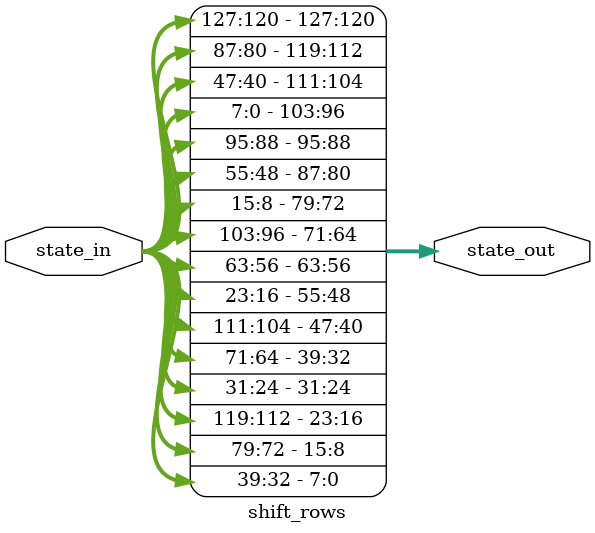
<source format=v>
module shift_rows(
    input  [127:0] state_in,
    output [127:0] state_out
);

    assign state_out = {
        state_in[127:120], // b0
        state_in[87:80],   // b5
        state_in[47:40],   // b10
        state_in[7:0],     // b15

        state_in[95:88],   // b4
        state_in[55:48],   // b9
        state_in[15:8],    // b14
        state_in[103:96],  // b3

        state_in[63:56],   // b8
        state_in[23:16],   // b13
        state_in[111:104], // b2
        state_in[71:64],   // b7

        state_in[31:24],   // b12
        state_in[119:112], // b1
        state_in[79:72],   // b6
        state_in[39:32]    // b11
    };

endmodule


</source>
